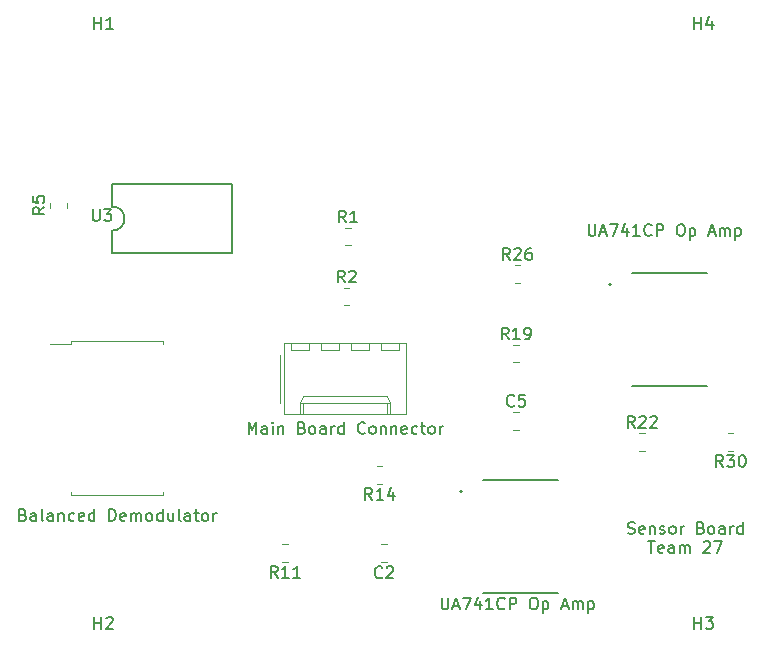
<source format=gbr>
%TF.GenerationSoftware,KiCad,Pcbnew,(6.0.1)*%
%TF.CreationDate,2022-03-08T16:04:31-06:00*%
%TF.ProjectId,senior_design,73656e69-6f72-45f6-9465-7369676e2e6b,rev?*%
%TF.SameCoordinates,Original*%
%TF.FileFunction,Legend,Top*%
%TF.FilePolarity,Positive*%
%FSLAX46Y46*%
G04 Gerber Fmt 4.6, Leading zero omitted, Abs format (unit mm)*
G04 Created by KiCad (PCBNEW (6.0.1)) date 2022-03-08 16:04:31*
%MOMM*%
%LPD*%
G01*
G04 APERTURE LIST*
%ADD10C,0.150000*%
%ADD11C,0.120000*%
%ADD12C,0.152400*%
%ADD13C,0.127000*%
%ADD14C,0.200000*%
G04 APERTURE END LIST*
D10*
X142185047Y-94849761D02*
X142327904Y-94897380D01*
X142566000Y-94897380D01*
X142661238Y-94849761D01*
X142708857Y-94802142D01*
X142756476Y-94706904D01*
X142756476Y-94611666D01*
X142708857Y-94516428D01*
X142661238Y-94468809D01*
X142566000Y-94421190D01*
X142375523Y-94373571D01*
X142280285Y-94325952D01*
X142232666Y-94278333D01*
X142185047Y-94183095D01*
X142185047Y-94087857D01*
X142232666Y-93992619D01*
X142280285Y-93945000D01*
X142375523Y-93897380D01*
X142613619Y-93897380D01*
X142756476Y-93945000D01*
X143566000Y-94849761D02*
X143470761Y-94897380D01*
X143280285Y-94897380D01*
X143185047Y-94849761D01*
X143137428Y-94754523D01*
X143137428Y-94373571D01*
X143185047Y-94278333D01*
X143280285Y-94230714D01*
X143470761Y-94230714D01*
X143566000Y-94278333D01*
X143613619Y-94373571D01*
X143613619Y-94468809D01*
X143137428Y-94564047D01*
X144042190Y-94230714D02*
X144042190Y-94897380D01*
X144042190Y-94325952D02*
X144089809Y-94278333D01*
X144185047Y-94230714D01*
X144327904Y-94230714D01*
X144423142Y-94278333D01*
X144470761Y-94373571D01*
X144470761Y-94897380D01*
X144899333Y-94849761D02*
X144994571Y-94897380D01*
X145185047Y-94897380D01*
X145280285Y-94849761D01*
X145327904Y-94754523D01*
X145327904Y-94706904D01*
X145280285Y-94611666D01*
X145185047Y-94564047D01*
X145042190Y-94564047D01*
X144946952Y-94516428D01*
X144899333Y-94421190D01*
X144899333Y-94373571D01*
X144946952Y-94278333D01*
X145042190Y-94230714D01*
X145185047Y-94230714D01*
X145280285Y-94278333D01*
X145899333Y-94897380D02*
X145804095Y-94849761D01*
X145756476Y-94802142D01*
X145708857Y-94706904D01*
X145708857Y-94421190D01*
X145756476Y-94325952D01*
X145804095Y-94278333D01*
X145899333Y-94230714D01*
X146042190Y-94230714D01*
X146137428Y-94278333D01*
X146185047Y-94325952D01*
X146232666Y-94421190D01*
X146232666Y-94706904D01*
X146185047Y-94802142D01*
X146137428Y-94849761D01*
X146042190Y-94897380D01*
X145899333Y-94897380D01*
X146661238Y-94897380D02*
X146661238Y-94230714D01*
X146661238Y-94421190D02*
X146708857Y-94325952D01*
X146756476Y-94278333D01*
X146851714Y-94230714D01*
X146946952Y-94230714D01*
X148375523Y-94373571D02*
X148518380Y-94421190D01*
X148566000Y-94468809D01*
X148613619Y-94564047D01*
X148613619Y-94706904D01*
X148566000Y-94802142D01*
X148518380Y-94849761D01*
X148423142Y-94897380D01*
X148042190Y-94897380D01*
X148042190Y-93897380D01*
X148375523Y-93897380D01*
X148470761Y-93945000D01*
X148518380Y-93992619D01*
X148566000Y-94087857D01*
X148566000Y-94183095D01*
X148518380Y-94278333D01*
X148470761Y-94325952D01*
X148375523Y-94373571D01*
X148042190Y-94373571D01*
X149185047Y-94897380D02*
X149089809Y-94849761D01*
X149042190Y-94802142D01*
X148994571Y-94706904D01*
X148994571Y-94421190D01*
X149042190Y-94325952D01*
X149089809Y-94278333D01*
X149185047Y-94230714D01*
X149327904Y-94230714D01*
X149423142Y-94278333D01*
X149470761Y-94325952D01*
X149518380Y-94421190D01*
X149518380Y-94706904D01*
X149470761Y-94802142D01*
X149423142Y-94849761D01*
X149327904Y-94897380D01*
X149185047Y-94897380D01*
X150375523Y-94897380D02*
X150375523Y-94373571D01*
X150327904Y-94278333D01*
X150232666Y-94230714D01*
X150042190Y-94230714D01*
X149946952Y-94278333D01*
X150375523Y-94849761D02*
X150280285Y-94897380D01*
X150042190Y-94897380D01*
X149946952Y-94849761D01*
X149899333Y-94754523D01*
X149899333Y-94659285D01*
X149946952Y-94564047D01*
X150042190Y-94516428D01*
X150280285Y-94516428D01*
X150375523Y-94468809D01*
X150851714Y-94897380D02*
X150851714Y-94230714D01*
X150851714Y-94421190D02*
X150899333Y-94325952D01*
X150946952Y-94278333D01*
X151042190Y-94230714D01*
X151137428Y-94230714D01*
X151899333Y-94897380D02*
X151899333Y-93897380D01*
X151899333Y-94849761D02*
X151804095Y-94897380D01*
X151613619Y-94897380D01*
X151518380Y-94849761D01*
X151470761Y-94802142D01*
X151423142Y-94706904D01*
X151423142Y-94421190D01*
X151470761Y-94325952D01*
X151518380Y-94278333D01*
X151613619Y-94230714D01*
X151804095Y-94230714D01*
X151899333Y-94278333D01*
X143899333Y-95507380D02*
X144470761Y-95507380D01*
X144185047Y-96507380D02*
X144185047Y-95507380D01*
X145185047Y-96459761D02*
X145089809Y-96507380D01*
X144899333Y-96507380D01*
X144804095Y-96459761D01*
X144756476Y-96364523D01*
X144756476Y-95983571D01*
X144804095Y-95888333D01*
X144899333Y-95840714D01*
X145089809Y-95840714D01*
X145185047Y-95888333D01*
X145232666Y-95983571D01*
X145232666Y-96078809D01*
X144756476Y-96174047D01*
X146089809Y-96507380D02*
X146089809Y-95983571D01*
X146042190Y-95888333D01*
X145946952Y-95840714D01*
X145756476Y-95840714D01*
X145661238Y-95888333D01*
X146089809Y-96459761D02*
X145994571Y-96507380D01*
X145756476Y-96507380D01*
X145661238Y-96459761D01*
X145613619Y-96364523D01*
X145613619Y-96269285D01*
X145661238Y-96174047D01*
X145756476Y-96126428D01*
X145994571Y-96126428D01*
X146089809Y-96078809D01*
X146566000Y-96507380D02*
X146566000Y-95840714D01*
X146566000Y-95935952D02*
X146613619Y-95888333D01*
X146708857Y-95840714D01*
X146851714Y-95840714D01*
X146946952Y-95888333D01*
X146994571Y-95983571D01*
X146994571Y-96507380D01*
X146994571Y-95983571D02*
X147042190Y-95888333D01*
X147137428Y-95840714D01*
X147280285Y-95840714D01*
X147375523Y-95888333D01*
X147423142Y-95983571D01*
X147423142Y-96507380D01*
X148613619Y-95602619D02*
X148661238Y-95555000D01*
X148756476Y-95507380D01*
X148994571Y-95507380D01*
X149089809Y-95555000D01*
X149137428Y-95602619D01*
X149185047Y-95697857D01*
X149185047Y-95793095D01*
X149137428Y-95935952D01*
X148566000Y-96507380D01*
X149185047Y-96507380D01*
X149518380Y-95507380D02*
X150185047Y-95507380D01*
X149756476Y-96507380D01*
%TO.C,R30*%
X150249142Y-89224380D02*
X149915809Y-88748190D01*
X149677714Y-89224380D02*
X149677714Y-88224380D01*
X150058666Y-88224380D01*
X150153904Y-88272000D01*
X150201523Y-88319619D01*
X150249142Y-88414857D01*
X150249142Y-88557714D01*
X150201523Y-88652952D01*
X150153904Y-88700571D01*
X150058666Y-88748190D01*
X149677714Y-88748190D01*
X150582476Y-88224380D02*
X151201523Y-88224380D01*
X150868190Y-88605333D01*
X151011047Y-88605333D01*
X151106285Y-88652952D01*
X151153904Y-88700571D01*
X151201523Y-88795809D01*
X151201523Y-89033904D01*
X151153904Y-89129142D01*
X151106285Y-89176761D01*
X151011047Y-89224380D01*
X150725333Y-89224380D01*
X150630095Y-89176761D01*
X150582476Y-89129142D01*
X151820571Y-88224380D02*
X151915809Y-88224380D01*
X152011047Y-88272000D01*
X152058666Y-88319619D01*
X152106285Y-88414857D01*
X152153904Y-88605333D01*
X152153904Y-88843428D01*
X152106285Y-89033904D01*
X152058666Y-89129142D01*
X152011047Y-89176761D01*
X151915809Y-89224380D01*
X151820571Y-89224380D01*
X151725333Y-89176761D01*
X151677714Y-89129142D01*
X151630095Y-89033904D01*
X151582476Y-88843428D01*
X151582476Y-88605333D01*
X151630095Y-88414857D01*
X151677714Y-88319619D01*
X151725333Y-88272000D01*
X151820571Y-88224380D01*
%TO.C,H1*%
X97028095Y-52132380D02*
X97028095Y-51132380D01*
X97028095Y-51608571D02*
X97599523Y-51608571D01*
X97599523Y-52132380D02*
X97599523Y-51132380D01*
X98599523Y-52132380D02*
X98028095Y-52132380D01*
X98313809Y-52132380D02*
X98313809Y-51132380D01*
X98218571Y-51275238D01*
X98123333Y-51370476D01*
X98028095Y-51418095D01*
%TO.C,U3*%
X96887733Y-67395794D02*
X96887733Y-68206924D01*
X96935447Y-68302351D01*
X96983160Y-68350064D01*
X97078587Y-68397778D01*
X97269441Y-68397778D01*
X97364868Y-68350064D01*
X97412582Y-68302351D01*
X97460295Y-68206924D01*
X97460295Y-67395794D01*
X97842004Y-67395794D02*
X98462279Y-67395794D01*
X98128285Y-67777502D01*
X98271425Y-67777502D01*
X98366852Y-67825216D01*
X98414566Y-67872929D01*
X98462279Y-67968356D01*
X98462279Y-68206924D01*
X98414566Y-68302351D01*
X98366852Y-68350064D01*
X98271425Y-68397778D01*
X97985144Y-68397778D01*
X97889717Y-68350064D01*
X97842004Y-68302351D01*
%TO.C,H3*%
X147828095Y-102932380D02*
X147828095Y-101932380D01*
X147828095Y-102408571D02*
X148399523Y-102408571D01*
X148399523Y-102932380D02*
X148399523Y-101932380D01*
X148780476Y-101932380D02*
X149399523Y-101932380D01*
X149066190Y-102313333D01*
X149209047Y-102313333D01*
X149304285Y-102360952D01*
X149351904Y-102408571D01*
X149399523Y-102503809D01*
X149399523Y-102741904D01*
X149351904Y-102837142D01*
X149304285Y-102884761D01*
X149209047Y-102932380D01*
X148923333Y-102932380D01*
X148828095Y-102884761D01*
X148780476Y-102837142D01*
%TO.C,C2*%
X121393833Y-98557142D02*
X121346214Y-98604761D01*
X121203357Y-98652380D01*
X121108119Y-98652380D01*
X120965261Y-98604761D01*
X120870023Y-98509523D01*
X120822404Y-98414285D01*
X120774785Y-98223809D01*
X120774785Y-98080952D01*
X120822404Y-97890476D01*
X120870023Y-97795238D01*
X120965261Y-97700000D01*
X121108119Y-97652380D01*
X121203357Y-97652380D01*
X121346214Y-97700000D01*
X121393833Y-97747619D01*
X121774785Y-97747619D02*
X121822404Y-97700000D01*
X121917642Y-97652380D01*
X122155738Y-97652380D01*
X122250976Y-97700000D01*
X122298595Y-97747619D01*
X122346214Y-97842857D01*
X122346214Y-97938095D01*
X122298595Y-98080952D01*
X121727166Y-98652380D01*
X122346214Y-98652380D01*
%TO.C,U7*%
X126413428Y-100290380D02*
X126413428Y-101099904D01*
X126461047Y-101195142D01*
X126508666Y-101242761D01*
X126603904Y-101290380D01*
X126794380Y-101290380D01*
X126889619Y-101242761D01*
X126937238Y-101195142D01*
X126984857Y-101099904D01*
X126984857Y-100290380D01*
X127413428Y-101004666D02*
X127889619Y-101004666D01*
X127318190Y-101290380D02*
X127651523Y-100290380D01*
X127984857Y-101290380D01*
X128222952Y-100290380D02*
X128889619Y-100290380D01*
X128461047Y-101290380D01*
X129699142Y-100623714D02*
X129699142Y-101290380D01*
X129461047Y-100242761D02*
X129222952Y-100957047D01*
X129842000Y-100957047D01*
X130746761Y-101290380D02*
X130175333Y-101290380D01*
X130461047Y-101290380D02*
X130461047Y-100290380D01*
X130365809Y-100433238D01*
X130270571Y-100528476D01*
X130175333Y-100576095D01*
X131746761Y-101195142D02*
X131699142Y-101242761D01*
X131556285Y-101290380D01*
X131461047Y-101290380D01*
X131318190Y-101242761D01*
X131222952Y-101147523D01*
X131175333Y-101052285D01*
X131127714Y-100861809D01*
X131127714Y-100718952D01*
X131175333Y-100528476D01*
X131222952Y-100433238D01*
X131318190Y-100338000D01*
X131461047Y-100290380D01*
X131556285Y-100290380D01*
X131699142Y-100338000D01*
X131746761Y-100385619D01*
X132175333Y-101290380D02*
X132175333Y-100290380D01*
X132556285Y-100290380D01*
X132651523Y-100338000D01*
X132699142Y-100385619D01*
X132746761Y-100480857D01*
X132746761Y-100623714D01*
X132699142Y-100718952D01*
X132651523Y-100766571D01*
X132556285Y-100814190D01*
X132175333Y-100814190D01*
X134127714Y-100290380D02*
X134318190Y-100290380D01*
X134413428Y-100338000D01*
X134508666Y-100433238D01*
X134556285Y-100623714D01*
X134556285Y-100957047D01*
X134508666Y-101147523D01*
X134413428Y-101242761D01*
X134318190Y-101290380D01*
X134127714Y-101290380D01*
X134032476Y-101242761D01*
X133937238Y-101147523D01*
X133889619Y-100957047D01*
X133889619Y-100623714D01*
X133937238Y-100433238D01*
X134032476Y-100338000D01*
X134127714Y-100290380D01*
X134984857Y-100623714D02*
X134984857Y-101623714D01*
X134984857Y-100671333D02*
X135080095Y-100623714D01*
X135270571Y-100623714D01*
X135365809Y-100671333D01*
X135413428Y-100718952D01*
X135461047Y-100814190D01*
X135461047Y-101099904D01*
X135413428Y-101195142D01*
X135365809Y-101242761D01*
X135270571Y-101290380D01*
X135080095Y-101290380D01*
X134984857Y-101242761D01*
X136603904Y-101004666D02*
X137080095Y-101004666D01*
X136508666Y-101290380D02*
X136842000Y-100290380D01*
X137175333Y-101290380D01*
X137508666Y-101290380D02*
X137508666Y-100623714D01*
X137508666Y-100718952D02*
X137556285Y-100671333D01*
X137651523Y-100623714D01*
X137794380Y-100623714D01*
X137889619Y-100671333D01*
X137937238Y-100766571D01*
X137937238Y-101290380D01*
X137937238Y-100766571D02*
X137984857Y-100671333D01*
X138080095Y-100623714D01*
X138222952Y-100623714D01*
X138318190Y-100671333D01*
X138365809Y-100766571D01*
X138365809Y-101290380D01*
X138842000Y-100623714D02*
X138842000Y-101623714D01*
X138842000Y-100671333D02*
X138937238Y-100623714D01*
X139127714Y-100623714D01*
X139222952Y-100671333D01*
X139270571Y-100718952D01*
X139318190Y-100814190D01*
X139318190Y-101099904D01*
X139270571Y-101195142D01*
X139222952Y-101242761D01*
X139127714Y-101290380D01*
X138937238Y-101290380D01*
X138842000Y-101242761D01*
%TO.C,R1*%
X118324333Y-68525380D02*
X117991000Y-68049190D01*
X117752904Y-68525380D02*
X117752904Y-67525380D01*
X118133857Y-67525380D01*
X118229095Y-67573000D01*
X118276714Y-67620619D01*
X118324333Y-67715857D01*
X118324333Y-67858714D01*
X118276714Y-67953952D01*
X118229095Y-68001571D01*
X118133857Y-68049190D01*
X117752904Y-68049190D01*
X119276714Y-68525380D02*
X118705285Y-68525380D01*
X118991000Y-68525380D02*
X118991000Y-67525380D01*
X118895761Y-67668238D01*
X118800523Y-67763476D01*
X118705285Y-67811095D01*
%TO.C,R14*%
X120531142Y-92018380D02*
X120197809Y-91542190D01*
X119959714Y-92018380D02*
X119959714Y-91018380D01*
X120340666Y-91018380D01*
X120435904Y-91066000D01*
X120483523Y-91113619D01*
X120531142Y-91208857D01*
X120531142Y-91351714D01*
X120483523Y-91446952D01*
X120435904Y-91494571D01*
X120340666Y-91542190D01*
X119959714Y-91542190D01*
X121483523Y-92018380D02*
X120912095Y-92018380D01*
X121197809Y-92018380D02*
X121197809Y-91018380D01*
X121102571Y-91161238D01*
X121007333Y-91256476D01*
X120912095Y-91304095D01*
X122340666Y-91351714D02*
X122340666Y-92018380D01*
X122102571Y-90970761D02*
X121864476Y-91685047D01*
X122483523Y-91685047D01*
%TO.C,R19*%
X132088142Y-78431380D02*
X131754809Y-77955190D01*
X131516714Y-78431380D02*
X131516714Y-77431380D01*
X131897666Y-77431380D01*
X131992904Y-77479000D01*
X132040523Y-77526619D01*
X132088142Y-77621857D01*
X132088142Y-77764714D01*
X132040523Y-77859952D01*
X131992904Y-77907571D01*
X131897666Y-77955190D01*
X131516714Y-77955190D01*
X133040523Y-78431380D02*
X132469095Y-78431380D01*
X132754809Y-78431380D02*
X132754809Y-77431380D01*
X132659571Y-77574238D01*
X132564333Y-77669476D01*
X132469095Y-77717095D01*
X133516714Y-78431380D02*
X133707190Y-78431380D01*
X133802428Y-78383761D01*
X133850047Y-78336142D01*
X133945285Y-78193285D01*
X133992904Y-78002809D01*
X133992904Y-77621857D01*
X133945285Y-77526619D01*
X133897666Y-77479000D01*
X133802428Y-77431380D01*
X133611952Y-77431380D01*
X133516714Y-77479000D01*
X133469095Y-77526619D01*
X133421476Y-77621857D01*
X133421476Y-77859952D01*
X133469095Y-77955190D01*
X133516714Y-78002809D01*
X133611952Y-78050428D01*
X133802428Y-78050428D01*
X133897666Y-78002809D01*
X133945285Y-77955190D01*
X133992904Y-77859952D01*
%TO.C,U11*%
X138859428Y-68667380D02*
X138859428Y-69476904D01*
X138907047Y-69572142D01*
X138954666Y-69619761D01*
X139049904Y-69667380D01*
X139240380Y-69667380D01*
X139335619Y-69619761D01*
X139383238Y-69572142D01*
X139430857Y-69476904D01*
X139430857Y-68667380D01*
X139859428Y-69381666D02*
X140335619Y-69381666D01*
X139764190Y-69667380D02*
X140097523Y-68667380D01*
X140430857Y-69667380D01*
X140668952Y-68667380D02*
X141335619Y-68667380D01*
X140907047Y-69667380D01*
X142145142Y-69000714D02*
X142145142Y-69667380D01*
X141907047Y-68619761D02*
X141668952Y-69334047D01*
X142288000Y-69334047D01*
X143192761Y-69667380D02*
X142621333Y-69667380D01*
X142907047Y-69667380D02*
X142907047Y-68667380D01*
X142811809Y-68810238D01*
X142716571Y-68905476D01*
X142621333Y-68953095D01*
X144192761Y-69572142D02*
X144145142Y-69619761D01*
X144002285Y-69667380D01*
X143907047Y-69667380D01*
X143764190Y-69619761D01*
X143668952Y-69524523D01*
X143621333Y-69429285D01*
X143573714Y-69238809D01*
X143573714Y-69095952D01*
X143621333Y-68905476D01*
X143668952Y-68810238D01*
X143764190Y-68715000D01*
X143907047Y-68667380D01*
X144002285Y-68667380D01*
X144145142Y-68715000D01*
X144192761Y-68762619D01*
X144621333Y-69667380D02*
X144621333Y-68667380D01*
X145002285Y-68667380D01*
X145097523Y-68715000D01*
X145145142Y-68762619D01*
X145192761Y-68857857D01*
X145192761Y-69000714D01*
X145145142Y-69095952D01*
X145097523Y-69143571D01*
X145002285Y-69191190D01*
X144621333Y-69191190D01*
X146573714Y-68667380D02*
X146764190Y-68667380D01*
X146859428Y-68715000D01*
X146954666Y-68810238D01*
X147002285Y-69000714D01*
X147002285Y-69334047D01*
X146954666Y-69524523D01*
X146859428Y-69619761D01*
X146764190Y-69667380D01*
X146573714Y-69667380D01*
X146478476Y-69619761D01*
X146383238Y-69524523D01*
X146335619Y-69334047D01*
X146335619Y-69000714D01*
X146383238Y-68810238D01*
X146478476Y-68715000D01*
X146573714Y-68667380D01*
X147430857Y-69000714D02*
X147430857Y-70000714D01*
X147430857Y-69048333D02*
X147526095Y-69000714D01*
X147716571Y-69000714D01*
X147811809Y-69048333D01*
X147859428Y-69095952D01*
X147907047Y-69191190D01*
X147907047Y-69476904D01*
X147859428Y-69572142D01*
X147811809Y-69619761D01*
X147716571Y-69667380D01*
X147526095Y-69667380D01*
X147430857Y-69619761D01*
X149049904Y-69381666D02*
X149526095Y-69381666D01*
X148954666Y-69667380D02*
X149288000Y-68667380D01*
X149621333Y-69667380D01*
X149954666Y-69667380D02*
X149954666Y-69000714D01*
X149954666Y-69095952D02*
X150002285Y-69048333D01*
X150097523Y-69000714D01*
X150240380Y-69000714D01*
X150335619Y-69048333D01*
X150383238Y-69143571D01*
X150383238Y-69667380D01*
X150383238Y-69143571D02*
X150430857Y-69048333D01*
X150526095Y-69000714D01*
X150668952Y-69000714D01*
X150764190Y-69048333D01*
X150811809Y-69143571D01*
X150811809Y-69667380D01*
X151288000Y-69000714D02*
X151288000Y-70000714D01*
X151288000Y-69048333D02*
X151383238Y-69000714D01*
X151573714Y-69000714D01*
X151668952Y-69048333D01*
X151716571Y-69095952D01*
X151764190Y-69191190D01*
X151764190Y-69476904D01*
X151716571Y-69572142D01*
X151668952Y-69619761D01*
X151573714Y-69667380D01*
X151383238Y-69667380D01*
X151288000Y-69619761D01*
%TO.C,R2*%
X118213333Y-73605380D02*
X117880000Y-73129190D01*
X117641904Y-73605380D02*
X117641904Y-72605380D01*
X118022857Y-72605380D01*
X118118095Y-72653000D01*
X118165714Y-72700619D01*
X118213333Y-72795857D01*
X118213333Y-72938714D01*
X118165714Y-73033952D01*
X118118095Y-73081571D01*
X118022857Y-73129190D01*
X117641904Y-73129190D01*
X118594285Y-72700619D02*
X118641904Y-72653000D01*
X118737142Y-72605380D01*
X118975238Y-72605380D01*
X119070476Y-72653000D01*
X119118095Y-72700619D01*
X119165714Y-72795857D01*
X119165714Y-72891095D01*
X119118095Y-73033952D01*
X118546666Y-73605380D01*
X119165714Y-73605380D01*
%TO.C,R26*%
X132183142Y-71700380D02*
X131849809Y-71224190D01*
X131611714Y-71700380D02*
X131611714Y-70700380D01*
X131992666Y-70700380D01*
X132087904Y-70748000D01*
X132135523Y-70795619D01*
X132183142Y-70890857D01*
X132183142Y-71033714D01*
X132135523Y-71128952D01*
X132087904Y-71176571D01*
X131992666Y-71224190D01*
X131611714Y-71224190D01*
X132564095Y-70795619D02*
X132611714Y-70748000D01*
X132706952Y-70700380D01*
X132945047Y-70700380D01*
X133040285Y-70748000D01*
X133087904Y-70795619D01*
X133135523Y-70890857D01*
X133135523Y-70986095D01*
X133087904Y-71128952D01*
X132516476Y-71700380D01*
X133135523Y-71700380D01*
X133992666Y-70700380D02*
X133802190Y-70700380D01*
X133706952Y-70748000D01*
X133659333Y-70795619D01*
X133564095Y-70938476D01*
X133516476Y-71128952D01*
X133516476Y-71509904D01*
X133564095Y-71605142D01*
X133611714Y-71652761D01*
X133706952Y-71700380D01*
X133897428Y-71700380D01*
X133992666Y-71652761D01*
X134040285Y-71605142D01*
X134087904Y-71509904D01*
X134087904Y-71271809D01*
X134040285Y-71176571D01*
X133992666Y-71128952D01*
X133897428Y-71081333D01*
X133706952Y-71081333D01*
X133611714Y-71128952D01*
X133564095Y-71176571D01*
X133516476Y-71271809D01*
%TO.C,H4*%
X147828095Y-52132380D02*
X147828095Y-51132380D01*
X147828095Y-51608571D02*
X148399523Y-51608571D01*
X148399523Y-52132380D02*
X148399523Y-51132380D01*
X149304285Y-51465714D02*
X149304285Y-52132380D01*
X149066190Y-51084761D02*
X148828095Y-51799047D01*
X149447142Y-51799047D01*
%TO.C,R11*%
X112530142Y-98622380D02*
X112196809Y-98146190D01*
X111958714Y-98622380D02*
X111958714Y-97622380D01*
X112339666Y-97622380D01*
X112434904Y-97670000D01*
X112482523Y-97717619D01*
X112530142Y-97812857D01*
X112530142Y-97955714D01*
X112482523Y-98050952D01*
X112434904Y-98098571D01*
X112339666Y-98146190D01*
X111958714Y-98146190D01*
X113482523Y-98622380D02*
X112911095Y-98622380D01*
X113196809Y-98622380D02*
X113196809Y-97622380D01*
X113101571Y-97765238D01*
X113006333Y-97860476D01*
X112911095Y-97908095D01*
X114434904Y-98622380D02*
X113863476Y-98622380D01*
X114149190Y-98622380D02*
X114149190Y-97622380D01*
X114053952Y-97765238D01*
X113958714Y-97860476D01*
X113863476Y-97908095D01*
%TO.C,U4*%
X90980619Y-93273571D02*
X91123476Y-93321190D01*
X91171095Y-93368809D01*
X91218714Y-93464047D01*
X91218714Y-93606904D01*
X91171095Y-93702142D01*
X91123476Y-93749761D01*
X91028238Y-93797380D01*
X90647285Y-93797380D01*
X90647285Y-92797380D01*
X90980619Y-92797380D01*
X91075857Y-92845000D01*
X91123476Y-92892619D01*
X91171095Y-92987857D01*
X91171095Y-93083095D01*
X91123476Y-93178333D01*
X91075857Y-93225952D01*
X90980619Y-93273571D01*
X90647285Y-93273571D01*
X92075857Y-93797380D02*
X92075857Y-93273571D01*
X92028238Y-93178333D01*
X91933000Y-93130714D01*
X91742523Y-93130714D01*
X91647285Y-93178333D01*
X92075857Y-93749761D02*
X91980619Y-93797380D01*
X91742523Y-93797380D01*
X91647285Y-93749761D01*
X91599666Y-93654523D01*
X91599666Y-93559285D01*
X91647285Y-93464047D01*
X91742523Y-93416428D01*
X91980619Y-93416428D01*
X92075857Y-93368809D01*
X92694904Y-93797380D02*
X92599666Y-93749761D01*
X92552047Y-93654523D01*
X92552047Y-92797380D01*
X93504428Y-93797380D02*
X93504428Y-93273571D01*
X93456809Y-93178333D01*
X93361571Y-93130714D01*
X93171095Y-93130714D01*
X93075857Y-93178333D01*
X93504428Y-93749761D02*
X93409190Y-93797380D01*
X93171095Y-93797380D01*
X93075857Y-93749761D01*
X93028238Y-93654523D01*
X93028238Y-93559285D01*
X93075857Y-93464047D01*
X93171095Y-93416428D01*
X93409190Y-93416428D01*
X93504428Y-93368809D01*
X93980619Y-93130714D02*
X93980619Y-93797380D01*
X93980619Y-93225952D02*
X94028238Y-93178333D01*
X94123476Y-93130714D01*
X94266333Y-93130714D01*
X94361571Y-93178333D01*
X94409190Y-93273571D01*
X94409190Y-93797380D01*
X95313952Y-93749761D02*
X95218714Y-93797380D01*
X95028238Y-93797380D01*
X94933000Y-93749761D01*
X94885380Y-93702142D01*
X94837761Y-93606904D01*
X94837761Y-93321190D01*
X94885380Y-93225952D01*
X94933000Y-93178333D01*
X95028238Y-93130714D01*
X95218714Y-93130714D01*
X95313952Y-93178333D01*
X96123476Y-93749761D02*
X96028238Y-93797380D01*
X95837761Y-93797380D01*
X95742523Y-93749761D01*
X95694904Y-93654523D01*
X95694904Y-93273571D01*
X95742523Y-93178333D01*
X95837761Y-93130714D01*
X96028238Y-93130714D01*
X96123476Y-93178333D01*
X96171095Y-93273571D01*
X96171095Y-93368809D01*
X95694904Y-93464047D01*
X97028238Y-93797380D02*
X97028238Y-92797380D01*
X97028238Y-93749761D02*
X96933000Y-93797380D01*
X96742523Y-93797380D01*
X96647285Y-93749761D01*
X96599666Y-93702142D01*
X96552047Y-93606904D01*
X96552047Y-93321190D01*
X96599666Y-93225952D01*
X96647285Y-93178333D01*
X96742523Y-93130714D01*
X96933000Y-93130714D01*
X97028238Y-93178333D01*
X98266333Y-93797380D02*
X98266333Y-92797380D01*
X98504428Y-92797380D01*
X98647285Y-92845000D01*
X98742523Y-92940238D01*
X98790142Y-93035476D01*
X98837761Y-93225952D01*
X98837761Y-93368809D01*
X98790142Y-93559285D01*
X98742523Y-93654523D01*
X98647285Y-93749761D01*
X98504428Y-93797380D01*
X98266333Y-93797380D01*
X99647285Y-93749761D02*
X99552047Y-93797380D01*
X99361571Y-93797380D01*
X99266333Y-93749761D01*
X99218714Y-93654523D01*
X99218714Y-93273571D01*
X99266333Y-93178333D01*
X99361571Y-93130714D01*
X99552047Y-93130714D01*
X99647285Y-93178333D01*
X99694904Y-93273571D01*
X99694904Y-93368809D01*
X99218714Y-93464047D01*
X100123476Y-93797380D02*
X100123476Y-93130714D01*
X100123476Y-93225952D02*
X100171095Y-93178333D01*
X100266333Y-93130714D01*
X100409190Y-93130714D01*
X100504428Y-93178333D01*
X100552047Y-93273571D01*
X100552047Y-93797380D01*
X100552047Y-93273571D02*
X100599666Y-93178333D01*
X100694904Y-93130714D01*
X100837761Y-93130714D01*
X100933000Y-93178333D01*
X100980619Y-93273571D01*
X100980619Y-93797380D01*
X101599666Y-93797380D02*
X101504428Y-93749761D01*
X101456809Y-93702142D01*
X101409190Y-93606904D01*
X101409190Y-93321190D01*
X101456809Y-93225952D01*
X101504428Y-93178333D01*
X101599666Y-93130714D01*
X101742523Y-93130714D01*
X101837761Y-93178333D01*
X101885380Y-93225952D01*
X101933000Y-93321190D01*
X101933000Y-93606904D01*
X101885380Y-93702142D01*
X101837761Y-93749761D01*
X101742523Y-93797380D01*
X101599666Y-93797380D01*
X102790142Y-93797380D02*
X102790142Y-92797380D01*
X102790142Y-93749761D02*
X102694904Y-93797380D01*
X102504428Y-93797380D01*
X102409190Y-93749761D01*
X102361571Y-93702142D01*
X102313952Y-93606904D01*
X102313952Y-93321190D01*
X102361571Y-93225952D01*
X102409190Y-93178333D01*
X102504428Y-93130714D01*
X102694904Y-93130714D01*
X102790142Y-93178333D01*
X103694904Y-93130714D02*
X103694904Y-93797380D01*
X103266333Y-93130714D02*
X103266333Y-93654523D01*
X103313952Y-93749761D01*
X103409190Y-93797380D01*
X103552047Y-93797380D01*
X103647285Y-93749761D01*
X103694904Y-93702142D01*
X104313952Y-93797380D02*
X104218714Y-93749761D01*
X104171095Y-93654523D01*
X104171095Y-92797380D01*
X105123476Y-93797380D02*
X105123476Y-93273571D01*
X105075857Y-93178333D01*
X104980619Y-93130714D01*
X104790142Y-93130714D01*
X104694904Y-93178333D01*
X105123476Y-93749761D02*
X105028238Y-93797380D01*
X104790142Y-93797380D01*
X104694904Y-93749761D01*
X104647285Y-93654523D01*
X104647285Y-93559285D01*
X104694904Y-93464047D01*
X104790142Y-93416428D01*
X105028238Y-93416428D01*
X105123476Y-93368809D01*
X105456809Y-93130714D02*
X105837761Y-93130714D01*
X105599666Y-92797380D02*
X105599666Y-93654523D01*
X105647285Y-93749761D01*
X105742523Y-93797380D01*
X105837761Y-93797380D01*
X106313952Y-93797380D02*
X106218714Y-93749761D01*
X106171095Y-93702142D01*
X106123476Y-93606904D01*
X106123476Y-93321190D01*
X106171095Y-93225952D01*
X106218714Y-93178333D01*
X106313952Y-93130714D01*
X106456809Y-93130714D01*
X106552047Y-93178333D01*
X106599666Y-93225952D01*
X106647285Y-93321190D01*
X106647285Y-93606904D01*
X106599666Y-93702142D01*
X106552047Y-93749761D01*
X106456809Y-93797380D01*
X106313952Y-93797380D01*
X107075857Y-93797380D02*
X107075857Y-93130714D01*
X107075857Y-93321190D02*
X107123476Y-93225952D01*
X107171095Y-93178333D01*
X107266333Y-93130714D01*
X107361571Y-93130714D01*
%TO.C,C5*%
X132569833Y-84021142D02*
X132522214Y-84068761D01*
X132379357Y-84116380D01*
X132284119Y-84116380D01*
X132141261Y-84068761D01*
X132046023Y-83973523D01*
X131998404Y-83878285D01*
X131950785Y-83687809D01*
X131950785Y-83544952D01*
X131998404Y-83354476D01*
X132046023Y-83259238D01*
X132141261Y-83164000D01*
X132284119Y-83116380D01*
X132379357Y-83116380D01*
X132522214Y-83164000D01*
X132569833Y-83211619D01*
X133474595Y-83116380D02*
X132998404Y-83116380D01*
X132950785Y-83592571D01*
X132998404Y-83544952D01*
X133093642Y-83497333D01*
X133331738Y-83497333D01*
X133426976Y-83544952D01*
X133474595Y-83592571D01*
X133522214Y-83687809D01*
X133522214Y-83925904D01*
X133474595Y-84021142D01*
X133426976Y-84068761D01*
X133331738Y-84116380D01*
X133093642Y-84116380D01*
X132998404Y-84068761D01*
X132950785Y-84021142D01*
%TO.C,J1*%
X110070333Y-86431380D02*
X110070333Y-85431380D01*
X110403666Y-86145666D01*
X110737000Y-85431380D01*
X110737000Y-86431380D01*
X111641761Y-86431380D02*
X111641761Y-85907571D01*
X111594142Y-85812333D01*
X111498904Y-85764714D01*
X111308428Y-85764714D01*
X111213190Y-85812333D01*
X111641761Y-86383761D02*
X111546523Y-86431380D01*
X111308428Y-86431380D01*
X111213190Y-86383761D01*
X111165571Y-86288523D01*
X111165571Y-86193285D01*
X111213190Y-86098047D01*
X111308428Y-86050428D01*
X111546523Y-86050428D01*
X111641761Y-86002809D01*
X112117952Y-86431380D02*
X112117952Y-85764714D01*
X112117952Y-85431380D02*
X112070333Y-85479000D01*
X112117952Y-85526619D01*
X112165571Y-85479000D01*
X112117952Y-85431380D01*
X112117952Y-85526619D01*
X112594142Y-85764714D02*
X112594142Y-86431380D01*
X112594142Y-85859952D02*
X112641761Y-85812333D01*
X112737000Y-85764714D01*
X112879857Y-85764714D01*
X112975095Y-85812333D01*
X113022714Y-85907571D01*
X113022714Y-86431380D01*
X114594142Y-85907571D02*
X114737000Y-85955190D01*
X114784619Y-86002809D01*
X114832238Y-86098047D01*
X114832238Y-86240904D01*
X114784619Y-86336142D01*
X114737000Y-86383761D01*
X114641761Y-86431380D01*
X114260809Y-86431380D01*
X114260809Y-85431380D01*
X114594142Y-85431380D01*
X114689380Y-85479000D01*
X114737000Y-85526619D01*
X114784619Y-85621857D01*
X114784619Y-85717095D01*
X114737000Y-85812333D01*
X114689380Y-85859952D01*
X114594142Y-85907571D01*
X114260809Y-85907571D01*
X115403666Y-86431380D02*
X115308428Y-86383761D01*
X115260809Y-86336142D01*
X115213190Y-86240904D01*
X115213190Y-85955190D01*
X115260809Y-85859952D01*
X115308428Y-85812333D01*
X115403666Y-85764714D01*
X115546523Y-85764714D01*
X115641761Y-85812333D01*
X115689380Y-85859952D01*
X115737000Y-85955190D01*
X115737000Y-86240904D01*
X115689380Y-86336142D01*
X115641761Y-86383761D01*
X115546523Y-86431380D01*
X115403666Y-86431380D01*
X116594142Y-86431380D02*
X116594142Y-85907571D01*
X116546523Y-85812333D01*
X116451285Y-85764714D01*
X116260809Y-85764714D01*
X116165571Y-85812333D01*
X116594142Y-86383761D02*
X116498904Y-86431380D01*
X116260809Y-86431380D01*
X116165571Y-86383761D01*
X116117952Y-86288523D01*
X116117952Y-86193285D01*
X116165571Y-86098047D01*
X116260809Y-86050428D01*
X116498904Y-86050428D01*
X116594142Y-86002809D01*
X117070333Y-86431380D02*
X117070333Y-85764714D01*
X117070333Y-85955190D02*
X117117952Y-85859952D01*
X117165571Y-85812333D01*
X117260809Y-85764714D01*
X117356047Y-85764714D01*
X118117952Y-86431380D02*
X118117952Y-85431380D01*
X118117952Y-86383761D02*
X118022714Y-86431380D01*
X117832238Y-86431380D01*
X117737000Y-86383761D01*
X117689380Y-86336142D01*
X117641761Y-86240904D01*
X117641761Y-85955190D01*
X117689380Y-85859952D01*
X117737000Y-85812333D01*
X117832238Y-85764714D01*
X118022714Y-85764714D01*
X118117952Y-85812333D01*
X119927476Y-86336142D02*
X119879857Y-86383761D01*
X119737000Y-86431380D01*
X119641761Y-86431380D01*
X119498904Y-86383761D01*
X119403666Y-86288523D01*
X119356047Y-86193285D01*
X119308428Y-86002809D01*
X119308428Y-85859952D01*
X119356047Y-85669476D01*
X119403666Y-85574238D01*
X119498904Y-85479000D01*
X119641761Y-85431380D01*
X119737000Y-85431380D01*
X119879857Y-85479000D01*
X119927476Y-85526619D01*
X120498904Y-86431380D02*
X120403666Y-86383761D01*
X120356047Y-86336142D01*
X120308428Y-86240904D01*
X120308428Y-85955190D01*
X120356047Y-85859952D01*
X120403666Y-85812333D01*
X120498904Y-85764714D01*
X120641761Y-85764714D01*
X120737000Y-85812333D01*
X120784619Y-85859952D01*
X120832238Y-85955190D01*
X120832238Y-86240904D01*
X120784619Y-86336142D01*
X120737000Y-86383761D01*
X120641761Y-86431380D01*
X120498904Y-86431380D01*
X121260809Y-85764714D02*
X121260809Y-86431380D01*
X121260809Y-85859952D02*
X121308428Y-85812333D01*
X121403666Y-85764714D01*
X121546523Y-85764714D01*
X121641761Y-85812333D01*
X121689380Y-85907571D01*
X121689380Y-86431380D01*
X122165571Y-85764714D02*
X122165571Y-86431380D01*
X122165571Y-85859952D02*
X122213190Y-85812333D01*
X122308428Y-85764714D01*
X122451285Y-85764714D01*
X122546523Y-85812333D01*
X122594142Y-85907571D01*
X122594142Y-86431380D01*
X123451285Y-86383761D02*
X123356047Y-86431380D01*
X123165571Y-86431380D01*
X123070333Y-86383761D01*
X123022714Y-86288523D01*
X123022714Y-85907571D01*
X123070333Y-85812333D01*
X123165571Y-85764714D01*
X123356047Y-85764714D01*
X123451285Y-85812333D01*
X123498904Y-85907571D01*
X123498904Y-86002809D01*
X123022714Y-86098047D01*
X124356047Y-86383761D02*
X124260809Y-86431380D01*
X124070333Y-86431380D01*
X123975095Y-86383761D01*
X123927476Y-86336142D01*
X123879857Y-86240904D01*
X123879857Y-85955190D01*
X123927476Y-85859952D01*
X123975095Y-85812333D01*
X124070333Y-85764714D01*
X124260809Y-85764714D01*
X124356047Y-85812333D01*
X124641761Y-85764714D02*
X125022714Y-85764714D01*
X124784619Y-85431380D02*
X124784619Y-86288523D01*
X124832238Y-86383761D01*
X124927476Y-86431380D01*
X125022714Y-86431380D01*
X125498904Y-86431380D02*
X125403666Y-86383761D01*
X125356047Y-86336142D01*
X125308428Y-86240904D01*
X125308428Y-85955190D01*
X125356047Y-85859952D01*
X125403666Y-85812333D01*
X125498904Y-85764714D01*
X125641761Y-85764714D01*
X125737000Y-85812333D01*
X125784619Y-85859952D01*
X125832238Y-85955190D01*
X125832238Y-86240904D01*
X125784619Y-86336142D01*
X125737000Y-86383761D01*
X125641761Y-86431380D01*
X125498904Y-86431380D01*
X126260809Y-86431380D02*
X126260809Y-85764714D01*
X126260809Y-85955190D02*
X126308428Y-85859952D01*
X126356047Y-85812333D01*
X126451285Y-85764714D01*
X126546523Y-85764714D01*
%TO.C,H2*%
X97028095Y-102932380D02*
X97028095Y-101932380D01*
X97028095Y-102408571D02*
X97599523Y-102408571D01*
X97599523Y-102932380D02*
X97599523Y-101932380D01*
X98028095Y-102027619D02*
X98075714Y-101980000D01*
X98170952Y-101932380D01*
X98409047Y-101932380D01*
X98504285Y-101980000D01*
X98551904Y-102027619D01*
X98599523Y-102122857D01*
X98599523Y-102218095D01*
X98551904Y-102360952D01*
X97980476Y-102932380D01*
X98599523Y-102932380D01*
%TO.C,R22*%
X142756142Y-85924380D02*
X142422809Y-85448190D01*
X142184714Y-85924380D02*
X142184714Y-84924380D01*
X142565666Y-84924380D01*
X142660904Y-84972000D01*
X142708523Y-85019619D01*
X142756142Y-85114857D01*
X142756142Y-85257714D01*
X142708523Y-85352952D01*
X142660904Y-85400571D01*
X142565666Y-85448190D01*
X142184714Y-85448190D01*
X143137095Y-85019619D02*
X143184714Y-84972000D01*
X143279952Y-84924380D01*
X143518047Y-84924380D01*
X143613285Y-84972000D01*
X143660904Y-85019619D01*
X143708523Y-85114857D01*
X143708523Y-85210095D01*
X143660904Y-85352952D01*
X143089476Y-85924380D01*
X143708523Y-85924380D01*
X144089476Y-85019619D02*
X144137095Y-84972000D01*
X144232333Y-84924380D01*
X144470428Y-84924380D01*
X144565666Y-84972000D01*
X144613285Y-85019619D01*
X144660904Y-85114857D01*
X144660904Y-85210095D01*
X144613285Y-85352952D01*
X144041857Y-85924380D01*
X144660904Y-85924380D01*
%TO.C,R5*%
X92782380Y-67238666D02*
X92306190Y-67572000D01*
X92782380Y-67810095D02*
X91782380Y-67810095D01*
X91782380Y-67429142D01*
X91830000Y-67333904D01*
X91877619Y-67286285D01*
X91972857Y-67238666D01*
X92115714Y-67238666D01*
X92210952Y-67286285D01*
X92258571Y-67333904D01*
X92306190Y-67429142D01*
X92306190Y-67810095D01*
X91782380Y-66333904D02*
X91782380Y-66810095D01*
X92258571Y-66857714D01*
X92210952Y-66810095D01*
X92163333Y-66714857D01*
X92163333Y-66476761D01*
X92210952Y-66381523D01*
X92258571Y-66333904D01*
X92353809Y-66286285D01*
X92591904Y-66286285D01*
X92687142Y-66333904D01*
X92734761Y-66381523D01*
X92782380Y-66476761D01*
X92782380Y-66714857D01*
X92734761Y-66810095D01*
X92687142Y-66857714D01*
D11*
%TO.C,R30*%
X151119064Y-87857000D02*
X150664936Y-87857000D01*
X151119064Y-86387000D02*
X150664936Y-86387000D01*
D12*
%TO.C,U3*%
X98552000Y-71120000D02*
X108712000Y-71120000D01*
X98552000Y-65278000D02*
X98552000Y-67183000D01*
X108712000Y-65278000D02*
X98552000Y-65278000D01*
X98552000Y-71120000D02*
X98552000Y-69215000D01*
X108712000Y-65278000D02*
X108712000Y-71120000D01*
X98552000Y-69215000D02*
G75*
G03*
X98552000Y-67183000I0J1016000D01*
G01*
D11*
%TO.C,C2*%
X121821752Y-97255000D02*
X121299248Y-97255000D01*
X121821752Y-95785000D02*
X121299248Y-95785000D01*
D13*
%TO.C,U7*%
X129921000Y-99918000D02*
X136271000Y-99918000D01*
X129921000Y-90328000D02*
X136271000Y-90328000D01*
D14*
X128161000Y-91313000D02*
G75*
G03*
X128161000Y-91313000I-100000J0D01*
G01*
D11*
%TO.C,R1*%
X118263936Y-70458000D02*
X118718064Y-70458000D01*
X118263936Y-68988000D02*
X118718064Y-68988000D01*
%TO.C,R14*%
X121401064Y-90651000D02*
X120946936Y-90651000D01*
X121401064Y-89181000D02*
X120946936Y-89181000D01*
%TO.C,R19*%
X132503936Y-78894000D02*
X132958064Y-78894000D01*
X132503936Y-80364000D02*
X132958064Y-80364000D01*
D13*
%TO.C,U11*%
X142526995Y-82392000D02*
X148876995Y-82392000D01*
X142526995Y-72802000D02*
X148876995Y-72802000D01*
D14*
X140766995Y-73787000D02*
G75*
G03*
X140766995Y-73787000I-100000J0D01*
G01*
D11*
%TO.C,R2*%
X118152936Y-75538000D02*
X118607064Y-75538000D01*
X118152936Y-74068000D02*
X118607064Y-74068000D01*
%TO.C,R26*%
X132598936Y-72163000D02*
X133053064Y-72163000D01*
X132598936Y-73633000D02*
X133053064Y-73633000D01*
%TO.C,R11*%
X113400064Y-95785000D02*
X112945936Y-95785000D01*
X113400064Y-97255000D02*
X112945936Y-97255000D01*
%TO.C,U4*%
X95073000Y-78580000D02*
X95073000Y-78815000D01*
X98933000Y-91600000D02*
X102793000Y-91600000D01*
X102793000Y-91600000D02*
X102793000Y-91365000D01*
X102793000Y-78580000D02*
X102793000Y-78815000D01*
X95073000Y-78815000D02*
X93258000Y-78815000D01*
X98933000Y-91600000D02*
X95073000Y-91600000D01*
X98933000Y-78580000D02*
X102793000Y-78580000D01*
X98933000Y-78580000D02*
X95073000Y-78580000D01*
X95073000Y-91600000D02*
X95073000Y-91365000D01*
%TO.C,C5*%
X132475248Y-86079000D02*
X132997752Y-86079000D01*
X132475248Y-84609000D02*
X132997752Y-84609000D01*
%TO.C,J1*%
X113047000Y-78758000D02*
X113047000Y-84778000D01*
X118707000Y-78758000D02*
X118707000Y-79358000D01*
X114677000Y-84778000D02*
X114677000Y-83778000D01*
X114427000Y-84778000D02*
X114427000Y-83778000D01*
X114427000Y-83778000D02*
X122047000Y-83778000D01*
X123427000Y-78758000D02*
X113047000Y-78758000D01*
X118707000Y-79358000D02*
X120307000Y-79358000D01*
X114677000Y-83248000D02*
X121797000Y-83248000D01*
X113627000Y-78758000D02*
X113627000Y-79358000D01*
X122847000Y-79358000D02*
X122847000Y-78758000D01*
X121797000Y-84778000D02*
X121797000Y-83778000D01*
X115227000Y-79358000D02*
X115227000Y-78758000D01*
X116167000Y-79358000D02*
X117767000Y-79358000D01*
X113627000Y-79358000D02*
X115227000Y-79358000D01*
X114427000Y-83778000D02*
X114677000Y-83248000D01*
X120307000Y-79358000D02*
X120307000Y-78758000D01*
X113047000Y-84778000D02*
X123427000Y-84778000D01*
X116167000Y-78758000D02*
X116167000Y-79358000D01*
X112757000Y-79788000D02*
X112757000Y-83788000D01*
X117767000Y-79358000D02*
X117767000Y-78758000D01*
X123427000Y-84778000D02*
X123427000Y-78758000D01*
X121797000Y-83248000D02*
X122047000Y-83778000D01*
X121247000Y-78758000D02*
X121247000Y-79358000D01*
X122047000Y-83778000D02*
X122047000Y-84778000D01*
X121247000Y-79358000D02*
X122847000Y-79358000D01*
%TO.C,R22*%
X143171936Y-86387000D02*
X143626064Y-86387000D01*
X143171936Y-87857000D02*
X143626064Y-87857000D01*
%TO.C,R5*%
X93245000Y-67299064D02*
X93245000Y-66844936D01*
X94715000Y-67299064D02*
X94715000Y-66844936D01*
%TD*%
M02*

</source>
